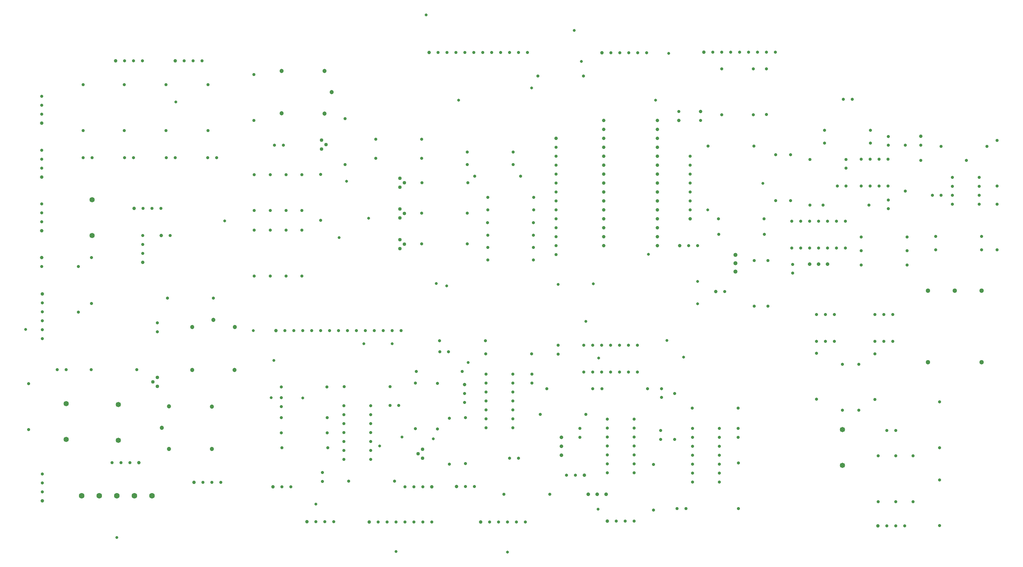
<source format=gbr>
G04 Generated by Ultiboard 13.0 *
%FSLAX33Y33*%
%MOMM*%

%ADD11C,0.800*%
%ADD12C,1.200*%
%ADD13C,0.889*%
%ADD14C,0.900*%
%ADD15C,1.016*%
%ADD16C,0.995*%
%ADD17C,1.482*%
%ADD18C,1.067*%
%ADD19C,1.181*%
%ADD20C,1.300*%
%ADD21C,1.000*%
%ADD22C,1.600*%


G04 ColorRGB 000000 for the following layer *
%LNDrill-Copper Top-Copper Bottom*%
%LPD*%
G54D11*
X114580Y40300D03*
X173160Y75680D03*
X129800Y42340D03*
X196190Y70310D03*
X103020Y99530D03*
X96440Y23820D03*
X200930Y65570D03*
X111450Y105030D03*
X127770Y162730D03*
X92720Y53980D03*
X110120Y69340D03*
X130660Y86470D03*
X175250Y86370D03*
X118120Y69340D03*
X83780Y54060D03*
X176640Y22320D03*
X190940Y94780D03*
X56660Y137980D03*
X133650Y85800D03*
X139690Y64000D03*
X70510Y104210D03*
X207780Y107335D03*
X223420Y114910D03*
X137005Y138485D03*
X192965Y138485D03*
X196660Y151790D03*
X169820Y158340D03*
X157785Y142005D03*
X171920Y149540D03*
X39900Y14330D03*
X204940Y87070D03*
X84490Y64610D03*
X204945Y80735D03*
X150920Y10170D03*
X119220Y10350D03*
X165300Y86170D03*
X120920Y42880D03*
X78670Y73100D03*
X105190Y115500D03*
X14030Y73430D03*
X176820Y65270D03*
G54D12*
X73300Y61900D03*
X73396Y74096D03*
X67300Y76128D03*
X61300Y61900D03*
X61300Y74100D03*
X66900Y51500D03*
X54704Y51596D03*
X52672Y45500D03*
X66900Y39500D03*
X54700Y39500D03*
X86700Y134800D03*
X98896Y134704D03*
X100928Y140800D03*
X86700Y146800D03*
X98900Y146800D03*
G54D13*
X44600Y122200D03*
X42060Y122200D03*
X56500Y122200D03*
X53960Y122200D03*
X68300Y122200D03*
X65760Y122200D03*
X32900Y122200D03*
X30360Y122200D03*
X151460Y36800D03*
X154000Y36800D03*
X51400Y72700D03*
X51400Y75240D03*
X55040Y100100D03*
X84700Y125700D03*
X87240Y125700D03*
X248832Y138800D03*
X246292Y138800D03*
X277280Y111540D03*
X284900Y116620D03*
X277280Y114080D03*
X284900Y114080D03*
X284900Y111540D03*
X277280Y109000D03*
X277280Y116620D03*
X284900Y109000D03*
X212640Y84200D03*
X41120Y35600D03*
X43660Y35600D03*
X38580Y35600D03*
X211055Y45265D03*
X203435Y37645D03*
X203435Y42725D03*
X203435Y40185D03*
X203435Y35105D03*
X203435Y32565D03*
X203435Y30025D03*
X211055Y30025D03*
X211055Y37645D03*
X211055Y42725D03*
X211055Y40185D03*
X211055Y35105D03*
X211055Y32565D03*
X203435Y45265D03*
X170237Y32000D03*
X167697Y32000D03*
X138940Y28800D03*
X141480Y28800D03*
X152380Y60710D03*
X144760Y53090D03*
X144760Y58170D03*
X144760Y55630D03*
X144760Y50550D03*
X144760Y48010D03*
X144760Y45470D03*
X152380Y45470D03*
X152380Y53090D03*
X152380Y58170D03*
X152380Y55630D03*
X152380Y50550D03*
X152380Y48010D03*
X144760Y60710D03*
X112060Y51765D03*
X104440Y44145D03*
X104440Y49225D03*
X104440Y46685D03*
X104440Y41605D03*
X104440Y39065D03*
X104440Y36525D03*
X112060Y36525D03*
X112060Y44145D03*
X112060Y49225D03*
X112060Y46685D03*
X112060Y41605D03*
X112060Y39065D03*
X104440Y51765D03*
X86840Y28700D03*
X89380Y28700D03*
X49880Y107800D03*
X47340Y107800D03*
X52420Y107800D03*
X133680Y152100D03*
X131140Y152100D03*
X148920Y152100D03*
X141300Y152100D03*
X136220Y152100D03*
X138760Y152100D03*
X143840Y152100D03*
X146380Y152100D03*
X156540Y152100D03*
X151460Y152100D03*
X154000Y152100D03*
X180240Y152000D03*
X182780Y152000D03*
X187860Y152000D03*
X185320Y152000D03*
X190400Y152000D03*
X18600Y106480D03*
X18600Y103940D03*
X18600Y109020D03*
X47300Y97580D03*
X47300Y95040D03*
X47300Y100120D03*
X61580Y149700D03*
X59040Y149700D03*
X64120Y149700D03*
X44661Y149719D03*
X42121Y149719D03*
X47201Y149719D03*
X18700Y29780D03*
X18700Y27240D03*
X18700Y32320D03*
X66880Y30000D03*
X64340Y30000D03*
X69420Y30000D03*
X18600Y137080D03*
X18600Y134540D03*
X18600Y139620D03*
X18600Y91260D03*
X199100Y22500D03*
X201640Y22500D03*
X138720Y55240D03*
X138720Y52700D03*
X124320Y28700D03*
X126860Y28700D03*
X121780Y28700D03*
X98300Y32800D03*
X98300Y30260D03*
X25500Y62000D03*
X22960Y62000D03*
X164700Y99760D03*
X164700Y115000D03*
X164700Y122620D03*
X164700Y125160D03*
X164700Y120080D03*
X164700Y117540D03*
X164700Y107380D03*
X164700Y112460D03*
X164700Y109920D03*
X164700Y102300D03*
X164700Y104840D03*
X164700Y94680D03*
X164700Y97220D03*
X115580Y73100D03*
X97800Y73100D03*
X90180Y73100D03*
X87640Y73100D03*
X92720Y73100D03*
X95260Y73100D03*
X105420Y73100D03*
X100340Y73100D03*
X102880Y73100D03*
X113040Y73100D03*
X107960Y73100D03*
X110500Y73100D03*
X120660Y73100D03*
X118120Y73100D03*
X202405Y97205D03*
X204945Y97205D03*
X202780Y122575D03*
X202780Y109875D03*
X202780Y107335D03*
X202780Y112415D03*
X202780Y117495D03*
X202780Y114955D03*
X202780Y120035D03*
X199600Y135340D03*
X205800Y132760D03*
X268300Y125760D03*
X172560Y68910D03*
X180180Y61290D03*
X175100Y61290D03*
X177640Y61290D03*
X182720Y61290D03*
X185260Y61290D03*
X187800Y61290D03*
X187800Y68910D03*
X180180Y68910D03*
X175100Y68910D03*
X177640Y68910D03*
X182720Y68910D03*
X185260Y68910D03*
X172560Y61290D03*
X186920Y47900D03*
X179300Y40280D03*
X179300Y45360D03*
X179300Y42820D03*
X179300Y37740D03*
X179300Y35200D03*
X179300Y32660D03*
X186920Y32660D03*
X186920Y40280D03*
X186920Y45360D03*
X186920Y42820D03*
X186920Y37740D03*
X186920Y35200D03*
X179300Y47900D03*
X244400Y96560D03*
X246940Y96560D03*
X241860Y96560D03*
X236780Y96560D03*
X239320Y96560D03*
X234240Y96560D03*
X231700Y104180D03*
X246940Y104180D03*
X244400Y104180D03*
X241860Y104180D03*
X236780Y104180D03*
X239320Y104180D03*
X234240Y104180D03*
X231700Y96560D03*
X259033Y114126D03*
X256493Y121746D03*
X251413Y121746D03*
X253953Y121746D03*
X251413Y114126D03*
X256493Y114126D03*
X253953Y114126D03*
X259033Y121746D03*
X261180Y17600D03*
X258640Y17600D03*
X263720Y17600D03*
X261200Y44700D03*
X258660Y44700D03*
X243780Y70000D03*
X241240Y77620D03*
X241240Y70000D03*
X243780Y77620D03*
X238700Y77620D03*
X238700Y70000D03*
X260380Y70000D03*
X255300Y77620D03*
X257840Y70000D03*
X257840Y77620D03*
X260380Y77620D03*
X255300Y70000D03*
X184380Y19000D03*
X186920Y19000D03*
X181840Y19000D03*
X145840Y18700D03*
X148380Y18700D03*
X153460Y18700D03*
X150920Y18700D03*
X156000Y18700D03*
X129380Y18700D03*
X116680Y18700D03*
X114140Y18700D03*
X119220Y18700D03*
X124300Y18700D03*
X121760Y18700D03*
X126840Y18700D03*
X98980Y18800D03*
X96440Y18800D03*
X101520Y18800D03*
X18700Y80960D03*
X18700Y78420D03*
X18700Y73340D03*
X18700Y75880D03*
X18700Y70800D03*
X18600Y121780D03*
X18600Y119240D03*
X18600Y124320D03*
X224445Y152130D03*
X216825Y152130D03*
X211745Y152130D03*
X209205Y152130D03*
X214285Y152130D03*
X219365Y152130D03*
X221905Y152130D03*
X226985Y152130D03*
G54D14*
X194400Y44700D03*
X194400Y42200D03*
X139600Y115100D03*
X126600Y115100D03*
X139500Y106400D03*
X126500Y106400D03*
X139500Y97700D03*
X126500Y97700D03*
X104785Y133265D03*
X104785Y120265D03*
X120000Y51800D03*
X117500Y51800D03*
X42000Y129900D03*
X42000Y142900D03*
X78870Y132780D03*
X78870Y145780D03*
X30300Y129900D03*
X30300Y142900D03*
X65800Y129900D03*
X65800Y142900D03*
X32700Y80800D03*
X32700Y93800D03*
X29000Y78300D03*
X29000Y91300D03*
X53900Y129900D03*
X53900Y142900D03*
X211800Y134400D03*
X211800Y147400D03*
X224475Y147440D03*
X224475Y134440D03*
X134385Y48150D03*
X134385Y35150D03*
X259100Y110200D03*
X259100Y107700D03*
X259100Y128200D03*
X259100Y125700D03*
X171500Y42800D03*
X171500Y45300D03*
X247100Y119200D03*
X247100Y121700D03*
X244600Y114100D03*
X247100Y114100D03*
X240600Y108700D03*
X253600Y108700D03*
X227100Y110000D03*
X227100Y123000D03*
X236860Y108710D03*
X236860Y121710D03*
X231300Y123000D03*
X231300Y110000D03*
X271600Y111500D03*
X274100Y111500D03*
X216500Y35500D03*
X216500Y22500D03*
X216400Y42800D03*
X216400Y45300D03*
X203400Y51100D03*
X216400Y51100D03*
X198400Y55200D03*
X198400Y42200D03*
X194700Y54100D03*
X194700Y56600D03*
X157800Y58200D03*
X157800Y60700D03*
X165300Y66400D03*
X165300Y68900D03*
X173200Y49300D03*
X160200Y49300D03*
X175100Y56600D03*
X162100Y56600D03*
X190700Y56600D03*
X177700Y56600D03*
X144715Y66450D03*
X157715Y66450D03*
X144600Y70200D03*
X131600Y70200D03*
X138000Y61500D03*
X125000Y61500D03*
X162900Y26600D03*
X149900Y26600D03*
X138925Y48325D03*
X138925Y35325D03*
X131000Y45100D03*
X131000Y58100D03*
X124700Y58200D03*
X124700Y45200D03*
X118800Y30300D03*
X105800Y30300D03*
X104500Y57200D03*
X117500Y57200D03*
X86645Y44015D03*
X99645Y44015D03*
X99800Y39775D03*
X86800Y39775D03*
X86635Y48385D03*
X99635Y48385D03*
X99600Y57100D03*
X86600Y57100D03*
X32600Y62000D03*
X45600Y62000D03*
X14800Y58000D03*
X14800Y45000D03*
X88000Y101600D03*
X88000Y88600D03*
X83500Y101600D03*
X83500Y88600D03*
X92500Y101600D03*
X92500Y88600D03*
X78900Y101600D03*
X78900Y88600D03*
X78900Y117360D03*
X78900Y107200D03*
X83500Y117360D03*
X83500Y107200D03*
X88000Y117360D03*
X88000Y107200D03*
X92500Y117360D03*
X92500Y107200D03*
X97800Y117400D03*
X97800Y104400D03*
X54300Y82300D03*
X67300Y82300D03*
X172500Y145400D03*
X159500Y145400D03*
X113500Y127400D03*
X126500Y127400D03*
X126500Y122000D03*
X113500Y122000D03*
X145300Y93100D03*
X158300Y93100D03*
X145300Y96700D03*
X158300Y96700D03*
X145280Y100150D03*
X158280Y100150D03*
X145250Y103760D03*
X158250Y103760D03*
X145330Y107405D03*
X158330Y107405D03*
X145315Y110895D03*
X158315Y110895D03*
X141600Y116900D03*
X154600Y116900D03*
X220735Y147380D03*
X220735Y134380D03*
X210800Y104800D03*
X223800Y104800D03*
X223900Y100400D03*
X210900Y100400D03*
X224900Y93000D03*
X224900Y80000D03*
X221000Y80000D03*
X221000Y93000D03*
X231900Y89400D03*
X231900Y91900D03*
X264400Y99700D03*
X251400Y99700D03*
X251400Y95800D03*
X264400Y95800D03*
X264415Y91740D03*
X251415Y91740D03*
X263900Y125700D03*
X263900Y112700D03*
X254000Y130000D03*
X241000Y130000D03*
X254000Y126300D03*
X241000Y126300D03*
X287100Y125400D03*
X274100Y125400D03*
X268300Y121400D03*
X281300Y121400D03*
X290000Y127100D03*
X290000Y114100D03*
X290000Y109000D03*
X290000Y96000D03*
X285600Y99800D03*
X272600Y99800D03*
X285600Y96000D03*
X272600Y96000D03*
X192400Y22100D03*
X192400Y35100D03*
X134135Y67065D03*
X131635Y67065D03*
X86600Y51500D03*
X86600Y54000D03*
X220900Y125500D03*
X207900Y125500D03*
X273700Y17700D03*
X273700Y30700D03*
X261200Y37500D03*
X261200Y24500D03*
X266100Y37500D03*
X266100Y24500D03*
X256200Y37500D03*
X256200Y24500D03*
X273700Y39800D03*
X273700Y52800D03*
X255300Y53500D03*
X255300Y66500D03*
X250700Y50500D03*
X250700Y63500D03*
X246100Y50500D03*
X246100Y63500D03*
X238700Y53600D03*
X238700Y66600D03*
X139500Y120200D03*
X152500Y120200D03*
X139500Y123800D03*
X152500Y123800D03*
G54D15*
X120300Y113800D03*
X121570Y115070D03*
X120300Y116340D03*
X120300Y105100D03*
X121570Y106370D03*
X120300Y107640D03*
X120300Y96400D03*
X121570Y97670D03*
X120300Y98940D03*
X51400Y59800D03*
X50130Y58530D03*
X51400Y57260D03*
X125530Y38130D03*
X126800Y36860D03*
X126800Y39400D03*
X98025Y124680D03*
X99295Y125950D03*
X98025Y127220D03*
G54D16*
X52500Y100100D03*
X210100Y84200D03*
X46200Y35600D03*
X172777Y32000D03*
X136400Y28800D03*
X84300Y28700D03*
X44800Y107800D03*
X128600Y152100D03*
X177700Y152000D03*
X18600Y101400D03*
X47300Y92500D03*
X56500Y149700D03*
X39581Y149719D03*
X18700Y24700D03*
X61800Y30000D03*
X18600Y132000D03*
X18600Y93800D03*
X138720Y57780D03*
X129400Y28700D03*
X164700Y127700D03*
X85100Y73100D03*
X199865Y97205D03*
X202780Y104795D03*
X199600Y132800D03*
X205800Y135300D03*
X268300Y128300D03*
X256100Y17600D03*
X179300Y19000D03*
X143300Y18700D03*
X111600Y18700D03*
X93900Y18800D03*
X18700Y83500D03*
X18600Y116700D03*
X206665Y152130D03*
G54D17*
X246100Y44960D03*
X246100Y34800D03*
X40305Y52040D03*
X40305Y41880D03*
X25485Y52375D03*
X25485Y42215D03*
X32900Y110260D03*
X32900Y100100D03*
G54D18*
X166200Y42800D03*
X166200Y37720D03*
X166200Y40260D03*
X178900Y26600D03*
X173820Y26600D03*
X176360Y26600D03*
X241840Y91925D03*
X236760Y91925D03*
X239300Y91925D03*
G54D19*
X215700Y89820D03*
X215700Y92210D03*
X215700Y94600D03*
G54D20*
X285620Y64140D03*
X270380Y84460D03*
X278000Y84460D03*
X270380Y64140D03*
X285620Y84460D03*
G54D21*
X178225Y132760D03*
X178225Y130220D03*
X178225Y127680D03*
X178225Y125140D03*
X178225Y122600D03*
X178225Y120060D03*
X178225Y117520D03*
X178225Y114980D03*
X178225Y112440D03*
X178225Y109900D03*
X178225Y107360D03*
X178225Y104820D03*
X178225Y102280D03*
X178225Y99740D03*
X178225Y97200D03*
X193465Y132760D03*
X193465Y130220D03*
X193465Y127680D03*
X193465Y125140D03*
X193465Y122600D03*
X193465Y120060D03*
X193465Y117520D03*
X193465Y114980D03*
X193465Y112440D03*
X193465Y109900D03*
X193465Y107360D03*
X193465Y104820D03*
X193465Y102280D03*
X193465Y99740D03*
X193465Y97200D03*
G54D22*
X29900Y26200D03*
X34900Y26200D03*
X39900Y26200D03*
X44900Y26200D03*
X49900Y26200D03*

M02*

</source>
